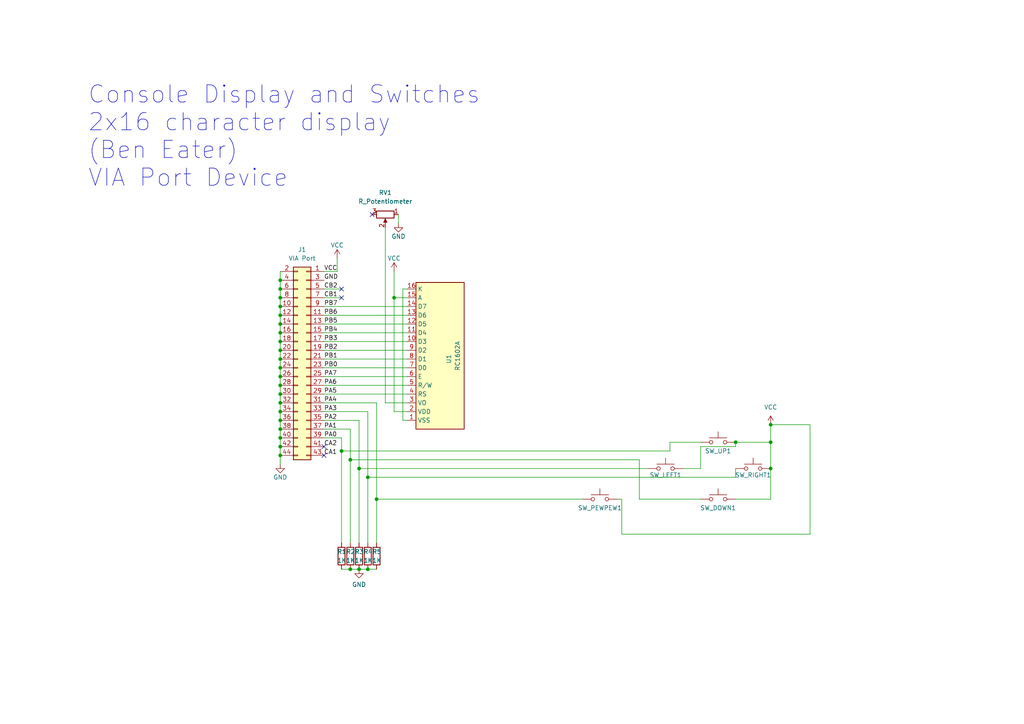
<source format=kicad_sch>
(kicad_sch (version 20230121) (generator eeschema)
  (paper "A4")
  (lib_symbols
    (symbol "Connector_Generic:Conn_02x22_Odd_Even" (pin_names (offset 1.016) hide)
      (property "Reference" "J" (at 1.27 27.94 0))
      (property "Value" "Conn_02x22_Odd_Even" (at 1.27 -30.48 0))
      (symbol "Conn_02x22_Odd_Even_1_1"
        (rectangle (start -1.27 -27.813) (end 0 -28.067) (stroke (width 0.1524)))
        (rectangle (start -1.27 -25.273) (end 0 -25.527) (stroke (width 0.1524)))
        (rectangle (start -1.27 -22.733) (end 0 -22.987) (stroke (width 0.1524)))
        (rectangle (start -1.27 -20.193) (end 0 -20.447) (stroke (width 0.1524)))
        (rectangle (start -1.27 -17.653) (end 0 -17.907) (stroke (width 0.1524)))
        (rectangle (start -1.27 -15.113) (end 0 -15.367) (stroke (width 0.1524)))
        (rectangle (start -1.27 -12.573) (end 0 -12.827) (stroke (width 0.1524)))
        (rectangle (start -1.27 -10.033) (end 0 -10.287) (stroke (width 0.1524)))
        (rectangle (start -1.27 -7.493) (end 0 -7.747) (stroke (width 0.1524)))
        (rectangle (start -1.27 -4.953) (end 0 -5.207) (stroke (width 0.1524)))
        (rectangle (start -1.27 -2.413) (end 0 -2.667) (stroke (width 0.1524)))
        (rectangle (start -1.27 0.127) (end 0 -0.127) (stroke (width 0.1524)))
        (rectangle (start -1.27 2.667) (end 0 2.413) (stroke (width 0.1524)))
        (rectangle (start -1.27 5.207) (end 0 4.953) (stroke (width 0.1524)))
        (rectangle (start -1.27 7.747) (end 0 7.493) (stroke (width 0.1524)))
        (rectangle (start -1.27 10.287) (end 0 10.033) (stroke (width 0.1524)))
        (rectangle (start -1.27 12.827) (end 0 12.573) (stroke (width 0.1524)))
        (rectangle (start -1.27 15.367) (end 0 15.113) (stroke (width 0.1524)))
        (rectangle (start -1.27 17.907) (end 0 17.653) (stroke (width 0.1524)))
        (rectangle (start -1.27 20.447) (end 0 20.193) (stroke (width 0.1524)))
        (rectangle (start -1.27 22.987) (end 0 22.733) (stroke (width 0.1524)))
        (rectangle (start -1.27 25.527) (end 0 25.273) (stroke (width 0.1524)))
        (rectangle (start -1.27 26.67) (end 3.81 -29.21) (stroke (width 0.254)) (fill (type background)))
        (rectangle (start 3.81 -27.813) (end 2.54 -28.067) (stroke (width 0.1524)))
        (rectangle (start 3.81 -25.273) (end 2.54 -25.527) (stroke (width 0.1524)))
        (rectangle (start 3.81 -22.733) (end 2.54 -22.987) (stroke (width 0.1524)))
        (rectangle (start 3.81 -20.193) (end 2.54 -20.447) (stroke (width 0.1524)))
        (rectangle (start 3.81 -17.653) (end 2.54 -17.907) (stroke (width 0.1524)))
        (rectangle (start 3.81 -15.113) (end 2.54 -15.367) (stroke (width 0.1524)))
        (rectangle (start 3.81 -12.573) (end 2.54 -12.827) (stroke (width 0.1524)))
        (rectangle (start 3.81 -10.033) (end 2.54 -10.287) (stroke (width 0.1524)))
        (rectangle (start 3.81 -7.493) (end 2.54 -7.747) (stroke (width 0.1524)))
        (rectangle (start 3.81 -4.953) (end 2.54 -5.207) (stroke (width 0.1524)))
        (rectangle (start 3.81 -2.413) (end 2.54 -2.667) (stroke (width 0.1524)))
        (rectangle (start 3.81 0.127) (end 2.54 -0.127) (stroke (width 0.1524)))
        (rectangle (start 3.81 2.667) (end 2.54 2.413) (stroke (width 0.1524)))
        (rectangle (start 3.81 5.207) (end 2.54 4.953) (stroke (width 0.1524)))
        (rectangle (start 3.81 7.747) (end 2.54 7.493) (stroke (width 0.1524)))
        (rectangle (start 3.81 10.287) (end 2.54 10.033) (stroke (width 0.1524)))
        (rectangle (start 3.81 12.827) (end 2.54 12.573) (stroke (width 0.1524)))
        (rectangle (start 3.81 15.367) (end 2.54 15.113) (stroke (width 0.1524)))
        (rectangle (start 3.81 17.907) (end 2.54 17.653) (stroke (width 0.1524)))
        (rectangle (start 3.81 20.447) (end 2.54 20.193) (stroke (width 0.1524)))
        (rectangle (start 3.81 22.987) (end 2.54 22.733) (stroke (width 0.1524)))
        (rectangle (start 3.81 25.527) (end 2.54 25.273) (stroke (width 0.1524)))
        (pin passive line (at -5.08 25.4 0) (length 3.81) (name "Pin_1") (number "1"))
        (pin passive line (at 7.62 15.24 180) (length 3.81) (name "Pin_10") (number "10"))
        (pin passive line (at -5.08 12.7 0) (length 3.81) (name "Pin_11") (number "11"))
        (pin passive line (at 7.62 12.7 180) (length 3.81) (name "Pin_12") (number "12"))
        (pin passive line (at -5.08 10.16 0) (length 3.81) (name "Pin_13") (number "13"))
        (pin passive line (at 7.62 10.16 180) (length 3.81) (name "Pin_14") (number "14"))
        (pin passive line (at -5.08 7.62 0) (length 3.81) (name "Pin_15") (number "15"))
        (pin passive line (at 7.62 7.62 180) (length 3.81) (name "Pin_16") (number "16"))
        (pin passive line (at -5.08 5.08 0) (length 3.81) (name "Pin_17") (number "17"))
        (pin passive line (at 7.62 5.08 180) (length 3.81) (name "Pin_18") (number "18"))
        (pin passive line (at -5.08 2.54 0) (length 3.81) (name "Pin_19") (number "19"))
        (pin passive line (at 7.62 25.4 180) (length 3.81) (name "Pin_2") (number "2"))
        (pin passive line (at 7.62 2.54 180) (length 3.81) (name "Pin_20") (number "20"))
        (pin passive line (at -5.08 0 0) (length 3.81) (name "Pin_21") (number "21"))
        (pin passive line (at 7.62 0 180) (length 3.81) (name "Pin_22") (number "22"))
        (pin passive line (at -5.08 -2.54 0) (length 3.81) (name "Pin_23") (number "23"))
        (pin passive line (at 7.62 -2.54 180) (length 3.81) (name "Pin_24") (number "24"))
        (pin passive line (at -5.08 -5.08 0) (length 3.81) (name "Pin_25") (number "25"))
        (pin passive line (at 7.62 -5.08 180) (length 3.81) (name "Pin_26") (number "26"))
        (pin passive line (at -5.08 -7.62 0) (length 3.81) (name "Pin_27") (number "27"))
        (pin passive line (at 7.62 -7.62 180) (length 3.81) (name "Pin_28") (number "28"))
        (pin passive line (at -5.08 -10.16 0) (length 3.81) (name "Pin_29") (number "29"))
        (pin passive line (at -5.08 22.86 0) (length 3.81) (name "Pin_3") (number "3"))
        (pin passive line (at 7.62 -10.16 180) (length 3.81) (name "Pin_30") (number "30"))
        (pin passive line (at -5.08 -12.7 0) (length 3.81) (name "Pin_31") (number "31"))
        (pin passive line (at 7.62 -12.7 180) (length 3.81) (name "Pin_32") (number "32"))
        (pin passive line (at -5.08 -15.24 0) (length 3.81) (name "Pin_33") (number "33"))
        (pin passive line (at 7.62 -15.24 180) (length 3.81) (name "Pin_34") (number "34"))
        (pin passive line (at -5.08 -17.78 0) (length 3.81) (name "Pin_35") (number "35"))
        (pin passive line (at 7.62 -17.78 180) (length 3.81) (name "Pin_36") (number "36"))
        (pin passive line (at -5.08 -20.32 0) (length 3.81) (name "Pin_37") (number "37"))
        (pin passive line (at 7.62 -20.32 180) (length 3.81) (name "Pin_38") (number "38"))
        (pin passive line (at -5.08 -22.86 0) (length 3.81) (name "Pin_39") (number "39"))
        (pin passive line (at 7.62 22.86 180) (length 3.81) (name "Pin_4") (number "4"))
        (pin passive line (at 7.62 -22.86 180) (length 3.81) (name "Pin_40") (number "40"))
        (pin passive line (at -5.08 -25.4 0) (length 3.81) (name "Pin_41") (number "41"))
        (pin passive line (at 7.62 -25.4 180) (length 3.81) (name "Pin_42") (number "42"))
        (pin passive line (at -5.08 -27.94 0) (length 3.81) (name "Pin_43") (number "43"))
        (pin passive line (at 7.62 -27.94 180) (length 3.81) (name "Pin_44") (number "44"))
        (pin passive line (at -5.08 20.32 0) (length 3.81) (name "Pin_5") (number "5"))
        (pin passive line (at 7.62 20.32 180) (length 3.81) (name "Pin_6") (number "6"))
        (pin passive line (at -5.08 17.78 0) (length 3.81) (name "Pin_7") (number "7"))
        (pin passive line (at 7.62 17.78 180) (length 3.81) (name "Pin_8") (number "8"))
        (pin passive line (at -5.08 15.24 0) (length 3.81) (name "Pin_9") (number "9"))
      )
    )
    (symbol "Device:R" (pin_numbers hide) (pin_names (offset 0))
      (property "Reference" "R" (at 2.032 0 90))
      (property "Value" "R" (at 0 0 90))
      (symbol "R_0_1"
        (rectangle (start -1.016 -2.54) (end 1.016 2.54) (stroke (width 0.254)))
      )
      (symbol "R_1_1"
        (pin passive line (at 0 3.81 270) (length 1.27) (name "~") (number "1"))
        (pin passive line (at 0 -3.81 90) (length 1.27) (name "~") (number "2"))
      )
    )
    (symbol "Device:R_Potentiometer" (pin_names (offset 1.016) hide)
      (property "Reference" "RV" (at -4.445 0 90))
      (property "Value" "R_Potentiometer" (at -2.54 0 90))
      (symbol "R_Potentiometer_0_1"
        (polyline (pts (xy 2.54 0) (xy 1.524 0)))
        (polyline (pts (xy 1.143 0) (xy 2.286 0.508) (xy 2.286 -0.508) (xy 1.143 0)) (fill (type outline)))
        (rectangle (start 1.016 2.54) (end -1.016 -2.54) (stroke (width 0.254)))
      )
      (symbol "R_Potentiometer_1_1"
        (pin passive line (at 0 3.81 270) (length 1.27) (name "1") (number "1"))
        (pin passive line (at 3.81 0 180) (length 1.27) (name "2") (number "2"))
        (pin passive line (at 0 -3.81 90) (length 1.27) (name "3") (number "3"))
      )
    )
    (symbol "GND_2" (power) (pin_names (offset 0))
      (property "Value" "GND_2" (at 0 -3.81 0))
      (symbol "GND_2_0_1"
        (polyline (pts (xy 0 0) (xy 0 -1.27) (xy 1.27 -1.27) (xy 0 -2.54) (xy -1.27 -1.27) (xy 0 -1.27)))
      )
      (symbol "GND_2_1_1"
        (pin power_in line (at 0 0 270) (length 0) hide (name "GND") (number "1"))
      )
    )
    (symbol "Switch:SW_Push" (pin_numbers hide) (pin_names (offset 1.016) hide)
      (property "Reference" "SW" (at 1.27 2.54 0))
      (property "Value" "SW_Push" (at 0 -1.524 0))
      (symbol "SW_Push_0_1"
        (circle (center -2.032 0) (radius 0.508))
        (polyline (pts (xy 0 1.27) (xy 0 3.048)))
        (polyline (pts (xy 2.54 1.27) (xy -2.54 1.27)))
        (circle (center 2.032 0) (radius 0.508))
        (pin passive line (at -5.08 0 0) (length 2.54) (name "1") (number "1"))
        (pin passive line (at 5.08 0 180) (length 2.54) (name "2") (number "2"))
      )
    )
    (symbol "Vega816:RC1602A"
      (property "Reference" "U" (at -1.27 -2.54 0))
      (property "Value" "RC1602A" (at -4.699 -5.08 0))
      (symbol "RC1602A_0_1"
        (rectangle (start -21.59 6.985) (end 20.955 -6.985) (stroke (width 0.254)) (fill (type background)))
      )
      (symbol "RC1602A_1_1"
        (pin power_in line (at -19.05 9.525 270) (length 2.54) (name "VSS") (number "1"))
        (pin bidirectional line (at 3.81 9.525 270) (length 2.54) (name "D3") (number "10"))
        (pin bidirectional line (at 6.35 9.525 270) (length 2.54) (name "D4") (number "11"))
        (pin bidirectional line (at 8.89 9.525 270) (length 2.54) (name "D5") (number "12"))
        (pin bidirectional line (at 11.43 9.525 270) (length 2.54) (name "D6") (number "13"))
        (pin bidirectional line (at 13.97 9.525 270) (length 2.54) (name "D7") (number "14"))
        (pin power_in line (at 16.51 9.525 270) (length 2.54) (name "A") (number "15"))
        (pin power_in line (at 19.05 9.525 270) (length 2.54) (name "K") (number "16"))
        (pin power_in line (at -16.51 9.525 270) (length 2.54) (name "VDD") (number "2"))
        (pin power_in line (at -13.97 9.525 270) (length 2.54) (name "VO") (number "3"))
        (pin input line (at -11.43 9.525 270) (length 2.54) (name "RS") (number "4"))
        (pin input line (at -8.89 9.525 270) (length 2.54) (name "R/W") (number "5"))
        (pin input line (at -6.35 9.525 270) (length 2.54) (name "E") (number "6"))
        (pin bidirectional line (at -3.81 9.525 270) (length 2.54) (name "D0") (number "7"))
        (pin bidirectional line (at -1.27 9.525 270) (length 2.54) (name "D1") (number "8"))
        (pin bidirectional line (at 1.27 9.525 270) (length 2.54) (name "D2") (number "9"))
      )
    )
    (symbol "power:GND" (power) (pin_names (offset 0))
      (property "Value" "GND" (at 0 -3.81 0))
      (symbol "GND_0_1"
        (polyline (pts (xy 0 0) (xy 0 -1.27) (xy 1.27 -1.27) (xy 0 -2.54) (xy -1.27 -1.27) (xy 0 -1.27)))
      )
      (symbol "GND_1_1"
        (pin power_in line (at 0 0 270) (length 0) hide (name "GND") (number "1"))
      )
    )
    (symbol "power:VCC" (power) (pin_names (offset 0))
      (property "Value" "VCC" (at 0 3.81 0))
      (symbol "VCC_0_1"
        (polyline (pts (xy -0.762 1.27) (xy 0 2.54)))
        (polyline (pts (xy 0 0) (xy 0 2.54)))
        (polyline (pts (xy 0 2.54) (xy 0.762 1.27)))
      )
      (symbol "VCC_1_1"
        (pin power_in line (at 0 0 90) (length 0) hide (name "VCC") (number "1"))
      )
    )
  )
  (junction (at 81.28 129.54))
  (junction (at 81.28 116.84))
  (junction (at 223.52 128.27))
  (junction (at 81.28 111.76))
  (junction (at 109.22 144.78))
  (junction (at 104.14 135.89))
  (junction (at 99.06 130.81))
  (junction (at 223.52 135.89))
  (junction (at 81.28 93.98))
  (junction (at 101.6 133.35))
  (junction (at 101.6 165.1))
  (junction (at 81.28 106.68))
  (junction (at 81.28 132.08))
  (junction (at 81.28 121.92))
  (junction (at 104.14 165.1))
  (junction (at 81.28 119.38))
  (junction (at 213.36 128.27))
  (junction (at 81.28 109.22))
  (junction (at 81.28 104.14))
  (junction (at 81.28 99.06))
  (junction (at 81.28 83.82))
  (junction (at 81.28 124.46))
  (junction (at 81.28 127))
  (junction (at 81.28 81.28))
  (junction (at 81.28 114.3))
  (junction (at 81.28 101.6))
  (junction (at 81.28 86.36))
  (junction (at 223.52 123.19))
  (junction (at 106.68 165.1))
  (junction (at 114.3 86.36))
  (junction (at 81.28 88.9))
  (junction (at 81.28 96.52))
  (junction (at 81.28 91.44))
  (junction (at 106.68 138.43))
  (no_connect (at 93.98 129.54))
  (no_connect (at 99.06 83.82))
  (no_connect (at 93.98 132.08))
  (no_connect (at 99.06 86.36))
  (no_connect (at 107.95 62.23))
  (wire (pts (xy 93.98 93.98) (xy 118.11 93.98)))
  (wire (pts (xy 118.11 119.38) (xy 114.3 119.38)))
  (wire (pts (xy 97.79 78.74) (xy 93.98 78.74)))
  (wire (pts (xy 81.28 101.6) (xy 81.28 104.14)))
  (wire (pts (xy 99.06 130.81) (xy 99.06 157.48)))
  (wire (pts (xy 93.98 104.14) (xy 118.11 104.14)))
  (wire (pts (xy 203.2 129.54) (xy 203.2 135.89)))
  (wire (pts (xy 109.22 144.78) (xy 168.91 144.78)))
  (wire (pts (xy 101.6 133.35) (xy 185.42 133.35)))
  (wire (pts (xy 81.28 106.68) (xy 81.28 109.22)))
  (wire (pts (xy 104.14 165.1) (xy 106.68 165.1)))
  (wire (pts (xy 93.98 109.22) (xy 118.11 109.22)))
  (wire (pts (xy 106.68 138.43) (xy 213.36 138.43)))
  (wire (pts (xy 223.52 123.19) (xy 223.52 128.27)))
  (wire (pts (xy 106.68 138.43) (xy 106.68 119.38)))
  (wire (pts (xy 185.42 133.35) (xy 185.42 144.78)))
  (wire (pts (xy 118.11 86.36) (xy 114.3 86.36)))
  (wire (pts (xy 81.28 86.36) (xy 81.28 88.9)))
  (wire (pts (xy 109.22 116.84) (xy 109.22 144.78)))
  (wire (pts (xy 81.28 93.98) (xy 81.28 96.52)))
  (wire (pts (xy 104.14 121.92) (xy 93.98 121.92)))
  (wire (pts (xy 93.98 114.3) (xy 118.11 114.3)))
  (wire (pts (xy 203.2 135.89) (xy 198.12 135.89)))
  (wire (pts (xy 93.98 106.68) (xy 118.11 106.68)))
  (wire (pts (xy 111.76 66.04) (xy 111.76 116.84)))
  (wire (pts (xy 81.28 111.76) (xy 81.28 114.3)))
  (wire (pts (xy 109.22 144.78) (xy 109.22 157.48)))
  (wire (pts (xy 106.68 119.38) (xy 93.98 119.38)))
  (wire (pts (xy 93.98 88.9) (xy 118.11 88.9)))
  (wire (pts (xy 115.57 62.23) (xy 115.57 64.77)))
  (wire (pts (xy 81.28 109.22) (xy 81.28 111.76)))
  (wire (pts (xy 81.28 78.74) (xy 81.28 81.28)))
  (wire (pts (xy 180.34 154.94) (xy 180.34 144.78)))
  (wire (pts (xy 213.36 138.43) (xy 213.36 135.89)))
  (wire (pts (xy 213.36 129.54) (xy 213.36 128.27)))
  (wire (pts (xy 93.98 83.82) (xy 99.06 83.82)))
  (wire (pts (xy 93.98 96.52) (xy 118.11 96.52)))
  (wire (pts (xy 97.79 74.93) (xy 97.79 78.74)))
  (wire (pts (xy 106.68 138.43) (xy 106.68 157.48)))
  (wire (pts (xy 104.14 135.89) (xy 104.14 121.92)))
  (wire (pts (xy 118.11 83.82) (xy 116.84 83.82)))
  (wire (pts (xy 194.31 130.81) (xy 194.31 128.27)))
  (wire (pts (xy 93.98 86.36) (xy 99.06 86.36)))
  (wire (pts (xy 223.52 135.89) (xy 223.52 144.78)))
  (wire (pts (xy 81.28 88.9) (xy 81.28 91.44)))
  (wire (pts (xy 234.95 154.94) (xy 234.95 123.19)))
  (wire (pts (xy 104.14 135.89) (xy 187.96 135.89)))
  (wire (pts (xy 203.2 129.54) (xy 213.36 129.54)))
  (wire (pts (xy 93.98 127) (xy 99.06 127)))
  (wire (pts (xy 104.14 135.89) (xy 104.14 157.48)))
  (wire (pts (xy 81.28 132.08) (xy 81.28 134.62)))
  (wire (pts (xy 81.28 104.14) (xy 81.28 106.68)))
  (wire (pts (xy 93.98 116.84) (xy 109.22 116.84)))
  (wire (pts (xy 93.98 111.76) (xy 118.11 111.76)))
  (wire (pts (xy 93.98 124.46) (xy 101.6 124.46)))
  (wire (pts (xy 180.34 144.78) (xy 179.07 144.78)))
  (wire (pts (xy 116.84 121.92) (xy 118.11 121.92)))
  (wire (pts (xy 81.28 119.38) (xy 81.28 121.92)))
  (wire (pts (xy 81.28 83.82) (xy 81.28 86.36)))
  (wire (pts (xy 185.42 144.78) (xy 203.2 144.78)))
  (wire (pts (xy 101.6 165.1) (xy 99.06 165.1)))
  (wire (pts (xy 101.6 133.35) (xy 101.6 157.48)))
  (wire (pts (xy 81.28 81.28) (xy 81.28 83.82)))
  (wire (pts (xy 116.84 83.82) (xy 116.84 121.92)))
  (wire (pts (xy 223.52 128.27) (xy 223.52 135.89)))
  (wire (pts (xy 99.06 130.81) (xy 99.06 127)))
  (wire (pts (xy 194.31 128.27) (xy 203.2 128.27)))
  (wire (pts (xy 81.28 124.46) (xy 81.28 127)))
  (wire (pts (xy 213.36 144.78) (xy 223.52 144.78)))
  (wire (pts (xy 111.76 116.84) (xy 118.11 116.84)))
  (wire (pts (xy 81.28 127) (xy 81.28 129.54)))
  (wire (pts (xy 81.28 114.3) (xy 81.28 116.84)))
  (wire (pts (xy 234.95 123.19) (xy 223.52 123.19)))
  (wire (pts (xy 93.98 101.6) (xy 118.11 101.6)))
  (wire (pts (xy 81.28 129.54) (xy 81.28 132.08)))
  (wire (pts (xy 109.22 165.1) (xy 106.68 165.1)))
  (wire (pts (xy 101.6 165.1) (xy 104.14 165.1)))
  (wire (pts (xy 81.28 91.44) (xy 81.28 93.98)))
  (wire (pts (xy 114.3 86.36) (xy 114.3 119.38)))
  (wire (pts (xy 101.6 133.35) (xy 101.6 124.46)))
  (wire (pts (xy 93.98 91.44) (xy 118.11 91.44)))
  (wire (pts (xy 180.34 154.94) (xy 234.95 154.94)))
  (wire (pts (xy 99.06 130.81) (xy 194.31 130.81)))
  (wire (pts (xy 81.28 121.92) (xy 81.28 124.46)))
  (wire (pts (xy 81.28 96.52) (xy 81.28 99.06)))
  (wire (pts (xy 81.28 99.06) (xy 81.28 101.6)))
  (wire (pts (xy 213.36 128.27) (xy 223.52 128.27)))
  (wire (pts (xy 114.3 78.74) (xy 114.3 86.36)))
  (wire (pts (xy 81.28 116.84) (xy 81.28 119.38)))
  (wire (pts (xy 93.98 99.06) (xy 118.11 99.06)))
  (text "Console Display and Switches\n2x16 character display\n(Ben Eater)\nVIA Port Device" (at 25.4 54.61 0) (effects (font (size 5 5)) (justify left bottom)))
  (label "PB4" (at 93.98 96.52 0))
  (label "CB1" (at 93.98 86.36 0))
  (label "VCC" (at 93.98 78.74 0))
  (label "PA2" (at 93.98 121.92 0))
  (label "PB3" (at 93.98 99.06 0))
  (label "PB7" (at 93.98 88.9 0))
  (label "PB0" (at 93.98 106.68 0))
  (label "CB2" (at 93.98 83.82 0))
  (label "PB1" (at 93.98 104.14 0))
  (label "PA3" (at 93.98 119.38 0))
  (label "PA1" (at 93.98 124.46 0))
  (label "PA6" (at 93.98 111.76 0))
  (label "PA5" (at 93.98 114.3 0))
  (label "PB2" (at 93.98 101.6 0))
  (label "CA1" (at 93.98 132.08 0))
  (label "PB6" (at 93.98 91.44 0))
  (label "GND" (at 93.98 81.28 0))
  (label "CA2" (at 93.98 129.54 0))
  (label "PA7" (at 93.98 109.22 0))
  (label "PB5" (at 93.98 93.98 0))
  (label "PA0" (at 93.98 127 0))
  (label "PA4" (at 93.98 116.84 0))
  (symbol (lib_id "Switch:SW_Push") (at 208.28 144.78 0) (unit 1)
    (property "Reference" "SW_DOWN1" (at 208.28 147.32 0))
    (property "Value" "SW_Push" (effects hide))
  )
  (symbol (lib_id "power:VCC") (at 223.52 123.19 0) (unit 1)
    (property "Reference" "#PWR06" (effects hide))
    (property "Value" "VCC" (at 223.52 118.11 0))
  )
  (symbol (lib_id "Device:R") (at 109.22 161.29 180) (unit 1)
    (property "Reference" "R5" (at 107.95 160.02 0) (effects (justify right)))
    (property "Value" "1K" (at 107.95 162.56 0) (effects (justify right)))
  )
  (symbol (lib_name "GND_2") (lib_id "power:GND") (at 81.28 134.62 0) (unit 1)
    (property "Reference" "#PWR01" (effects hide))
    (property "Value" "GND" (at 81.28 138.43 0))
  )
  (symbol (lib_id "power:VCC") (at 114.3 78.74 0) (unit 1)
    (property "Reference" "#PWR04" (effects hide))
    (property "Value" "VCC" (at 114.3 74.93 0))
  )
  (symbol (lib_id "Device:R") (at 99.06 161.29 180) (unit 1)
    (property "Reference" "R1" (at 97.79 160.02 0) (effects (justify right)))
    (property "Value" "1K" (at 97.79 162.56 0) (effects (justify right)))
  )
  (symbol (lib_id "Device:R") (at 104.14 161.29 180) (unit 1)
    (property "Reference" "R3" (at 102.87 160.02 0) (effects (justify right)))
    (property "Value" "1K" (at 102.87 162.56 0) (effects (justify right)))
  )
  (symbol (lib_id "power:GND") (at 104.14 165.1 0) (unit 1)
    (property "Reference" "#PWR03" (effects hide))
    (property "Value" "GND" (at 104.14 169.545 0))
  )
  (symbol (lib_id "Device:R_Potentiometer") (at 111.76 62.23 270) (unit 1)
    (property "Reference" "RV1" (at 111.76 55.88 90))
    (property "Value" "R_Potentiometer" (at 111.76 58.42 90))
  )
  (symbol (lib_id "Switch:SW_Push") (at 208.28 128.27 0) (unit 1)
    (property "Reference" "SW_UP1" (at 208.28 130.81 0))
    (property "Value" "SW_Push" (effects hide))
  )
  (symbol (lib_name "GND_2") (lib_id "power:GND") (at 115.57 64.77 0) (unit 1)
    (property "Reference" "#PWR05" (effects hide))
    (property "Value" "GND" (at 115.57 68.58 0))
  )
  (symbol (lib_id "Switch:SW_Push") (at 173.99 144.78 0) (unit 1)
    (property "Reference" "SW_PEWPEW1" (at 173.99 147.32 0))
    (property "Value" "SW_Push" (effects hide))
  )
  (symbol (lib_id "Switch:SW_Push") (at 193.04 135.89 0) (unit 1)
    (property "Reference" "SW_LEFT1" (at 193.04 137.795 0))
    (property "Value" "SW_Push" (effects hide))
  )
  (symbol (lib_id "Connector_Generic:Conn_02x22_Odd_Even") (at 88.9 104.14 0) (mirror y) (unit 1)
    (property "Reference" "J1" (at 87.63 72.39 0))
    (property "Value" "VIA Port" (at 87.63 74.93 0))
  )
  (symbol (lib_id "Vega816:RC1602A") (at 127.635 102.87 90) (unit 1)
    (property "Reference" "U1" (at 130.175 104.14 0))
    (property "Value" "RC1602A" (at 132.715 107.569 0) (effects (justify left)))
    (property "Footprint" "Display:RC1602A" (effects hide))
    (property "Datasheet" "https://www.raystar-optronics.com/upload_files/monochrome-lcd-module/16x2-character-lcd-display/RC1602A-lcd-display-16x2-datasheet.pdf" (effects hide))
  )
  (symbol (lib_id "power:VCC") (at 97.79 74.93 0) (unit 1)
    (property "Reference" "#PWR02" (effects hide))
    (property "Value" "VCC" (at 97.79 71.12 0))
  )
  (symbol (lib_id "Switch:SW_Push") (at 218.44 135.89 0) (unit 1)
    (property "Reference" "SW_RIGHT1" (at 218.44 137.795 0))
    (property "Value" "SW_Push" (effects hide))
  )
  (symbol (lib_id "Device:R") (at 101.6 161.29 180) (unit 1)
    (property "Reference" "R2" (at 100.33 160.02 0) (effects (justify right)))
    (property "Value" "1K" (at 100.33 162.56 0) (effects (justify right)))
  )
  (symbol (lib_id "Device:R") (at 106.68 161.29 180) (unit 1)
    (property "Reference" "R4" (at 105.41 160.02 0) (effects (justify right)))
    (property "Value" "1K" (at 105.41 162.56 0) (effects (justify right)))
  )
)
</source>
